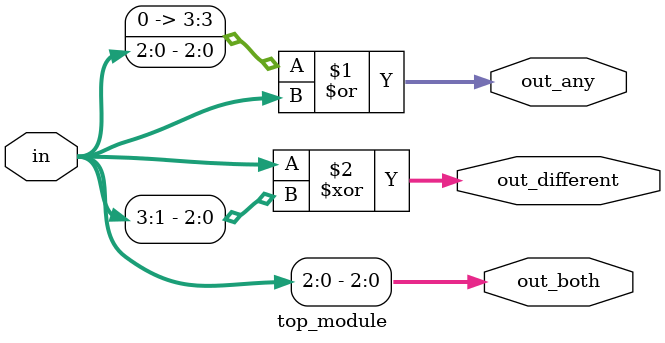
<source format=sv>
module top_module (
    input [3:0] in,
    output [2:0] out_both,
    output [3:0] out_any,
    output [3:0] out_different
);

assign out_both = in[2:0];
assign out_any = {1'b0, in[2:0]} | in;
assign out_different = in ^ in[3:1];

endmodule

</source>
